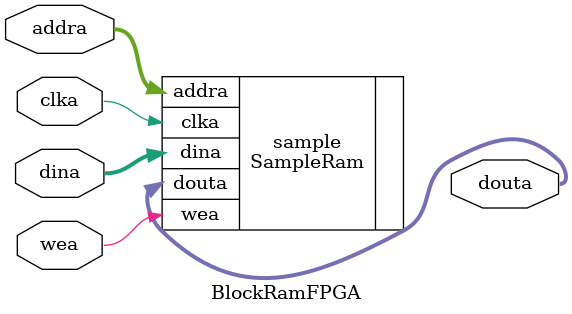
<source format=v>
`timescale 1ns / 1ps
module BlockRamFPGA(
input clka,
input wea,
input [6:0] addra,
input [31:0] dina,
output [31:0] douta
    );
	 
 SampleRam sample (
  .clka(clka), // input clka
  .wea(wea), // input [0 : 0] wea
  .addra(addra), // input [6 : 0] addra
  .dina(dina), // input [31 : 0] dina
  .douta(douta) // output [31 : 0] douta
);


endmodule

</source>
